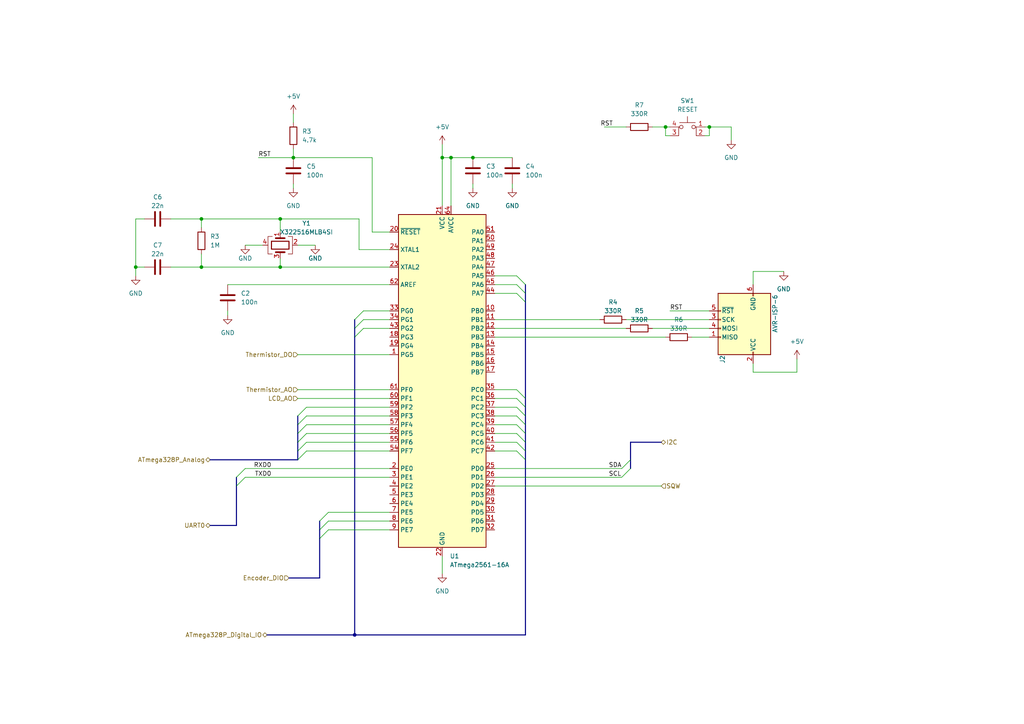
<source format=kicad_sch>
(kicad_sch (version 20230121) (generator eeschema)
  (paper "A4")
  (lib_symbols
    (symbol "Connector:AVR-ISP-6" (pin_names (offset 1.016))
      (property "Reference" "J" (at -6.35 11.43 0))
      (property "Value" "AVR-ISP-6" (at 0 11.43 0))
      (symbol "AVR-ISP-6_0_1"
        (rectangle (start -2.667 -6.858) (end -2.413 -7.62))
        (rectangle (start -2.667 10.16) (end -2.413 9.398))
        (rectangle (start 7.62 -2.413) (end 6.858 -2.667))
        (rectangle (start 7.62 0.127) (end 6.858 -0.127))
        (rectangle (start 7.62 2.667) (end 6.858 2.413))
        (rectangle (start 7.62 5.207) (end 6.858 4.953))
        (rectangle (start 7.62 10.16) (end -7.62 -7.62) (stroke (width 0.254)) (fill (type background)))
      )
      (symbol "AVR-ISP-6_1_1"
        (pin passive line (at 10.16 5.08 180) (length 2.54) (name "MISO") (number "1"))
        (pin passive line (at -2.54 12.7 270) (length 2.54) (name "VCC") (number "2"))
        (pin passive line (at 10.16 0 180) (length 2.54) (name "SCK") (number "3"))
        (pin passive line (at 10.16 2.54 180) (length 2.54) (name "MOSI") (number "4"))
        (pin passive line (at 10.16 -2.54 180) (length 2.54) (name "~{RST}") (number "5"))
        (pin passive line (at -2.54 -10.16 90) (length 2.54) (name "GND") (number "6"))
      )
    )
    (symbol "Device:C" (pin_numbers hide) (pin_names (offset 0.254))
      (property "Reference" "C" (at 0.635 2.54 0))
      (property "Value" "C" (at 0.635 -2.54 0))
      (symbol "C_0_1"
        (polyline (pts (xy -2.032 -0.762) (xy 2.032 -0.762)) (stroke (width 0.508)))
        (polyline (pts (xy -2.032 0.762) (xy 2.032 0.762)) (stroke (width 0.508)))
      )
      (symbol "C_1_1"
        (pin passive line (at 0 3.81 270) (length 2.794) (name "~") (number "1"))
        (pin passive line (at 0 -3.81 90) (length 2.794) (name "~") (number "2"))
      )
    )
    (symbol "Device:Crystal_GND24" (pin_names (offset 1.016) hide)
      (property "Reference" "Y" (at 3.175 5.08 0))
      (property "Value" "Crystal_GND24" (at 3.175 3.175 0))
      (symbol "Crystal_GND24_0_1"
        (rectangle (start -1.143 2.54) (end 1.143 -2.54) (stroke (width 0.3048)))
        (polyline (pts (xy -2.54 0) (xy -2.032 0)))
        (polyline (pts (xy -2.032 -1.27) (xy -2.032 1.27)) (stroke (width 0.508)))
        (polyline (pts (xy 0 -3.81) (xy 0 -3.556)))
        (polyline (pts (xy 0 3.556) (xy 0 3.81)))
        (polyline (pts (xy 2.032 -1.27) (xy 2.032 1.27)) (stroke (width 0.508)))
        (polyline (pts (xy 2.032 0) (xy 2.54 0)))
        (polyline (pts (xy -2.54 -2.286) (xy -2.54 -3.556) (xy 2.54 -3.556) (xy 2.54 -2.286)))
        (polyline (pts (xy -2.54 2.286) (xy -2.54 3.556) (xy 2.54 3.556) (xy 2.54 2.286)))
      )
      (symbol "Crystal_GND24_1_1"
        (pin passive line (at -3.81 0 0) (length 1.27) (name "1") (number "1"))
        (pin passive line (at 0 5.08 270) (length 1.27) (name "2") (number "2"))
        (pin passive line (at 3.81 0 180) (length 1.27) (name "3") (number "3"))
        (pin passive line (at 0 -5.08 90) (length 1.27) (name "4") (number "4"))
      )
    )
    (symbol "Device:R" (pin_numbers hide) (pin_names (offset 0))
      (property "Reference" "R" (at 2.032 0 90))
      (property "Value" "R" (at 0 0 90))
      (symbol "R_0_1"
        (rectangle (start -1.016 -2.54) (end 1.016 2.54) (stroke (width 0.254)))
      )
      (symbol "R_1_1"
        (pin passive line (at 0 3.81 270) (length 1.27) (name "~") (number "1"))
        (pin passive line (at 0 -3.81 90) (length 1.27) (name "~") (number "2"))
      )
    )
    (symbol "MCU_Microchip_ATmega:ATmega2561-16A"
      (property "Reference" "U" (at -12.7 49.53 0))
      (property "Value" "ATmega2561-16A" (at 2.54 -49.53 0))
      (symbol "ATmega2561-16A_0_1"
        (rectangle (start -12.7 -48.26) (end 12.7 48.26) (stroke (width 0.254)) (fill (type background)))
      )
      (symbol "ATmega2561-16A_1_1"
        (pin bidirectional line (at -15.24 7.62 0) (length 2.54) (name "PG5") (number "1"))
        (pin bidirectional line (at 15.24 20.32 180) (length 2.54) (name "PB0") (number "10"))
        (pin bidirectional line (at 15.24 17.78 180) (length 2.54) (name "PB1") (number "11"))
        (pin bidirectional line (at 15.24 15.24 180) (length 2.54) (name "PB2") (number "12"))
        (pin bidirectional line (at 15.24 12.7 180) (length 2.54) (name "PB3") (number "13"))
        (pin bidirectional line (at 15.24 10.16 180) (length 2.54) (name "PB4") (number "14"))
        (pin bidirectional line (at 15.24 7.62 180) (length 2.54) (name "PB5") (number "15"))
        (pin bidirectional line (at 15.24 5.08 180) (length 2.54) (name "PB6") (number "16"))
        (pin bidirectional line (at 15.24 2.54 180) (length 2.54) (name "PB7") (number "17"))
        (pin bidirectional line (at -15.24 12.7 0) (length 2.54) (name "PG3") (number "18"))
        (pin bidirectional line (at -15.24 10.16 0) (length 2.54) (name "PG4") (number "19"))
        (pin bidirectional line (at -15.24 -25.4 0) (length 2.54) (name "PE0") (number "2"))
        (pin input line (at -15.24 43.18 0) (length 2.54) (name "~{RESET}") (number "20"))
        (pin power_in line (at 0 50.8 270) (length 2.54) (name "VCC") (number "21"))
        (pin power_in line (at 0 -50.8 90) (length 2.54) (name "GND") (number "22"))
        (pin output line (at -15.24 33.02 0) (length 2.54) (name "XTAL2") (number "23"))
        (pin input line (at -15.24 38.1 0) (length 2.54) (name "XTAL1") (number "24"))
        (pin bidirectional line (at 15.24 -25.4 180) (length 2.54) (name "PD0") (number "25"))
        (pin bidirectional line (at 15.24 -27.94 180) (length 2.54) (name "PD1") (number "26"))
        (pin bidirectional line (at 15.24 -30.48 180) (length 2.54) (name "PD2") (number "27"))
        (pin bidirectional line (at 15.24 -33.02 180) (length 2.54) (name "PD3") (number "28"))
        (pin bidirectional line (at 15.24 -35.56 180) (length 2.54) (name "PD4") (number "29"))
        (pin bidirectional line (at -15.24 -27.94 0) (length 2.54) (name "PE1") (number "3"))
        (pin bidirectional line (at 15.24 -38.1 180) (length 2.54) (name "PD5") (number "30"))
        (pin bidirectional line (at 15.24 -40.64 180) (length 2.54) (name "PD6") (number "31"))
        (pin bidirectional line (at 15.24 -43.18 180) (length 2.54) (name "PD7") (number "32"))
        (pin bidirectional line (at -15.24 20.32 0) (length 2.54) (name "PG0") (number "33"))
        (pin bidirectional line (at -15.24 17.78 0) (length 2.54) (name "PG1") (number "34"))
        (pin bidirectional line (at 15.24 -2.54 180) (length 2.54) (name "PC0") (number "35"))
        (pin bidirectional line (at 15.24 -5.08 180) (length 2.54) (name "PC1") (number "36"))
        (pin bidirectional line (at 15.24 -7.62 180) (length 2.54) (name "PC2") (number "37"))
        (pin bidirectional line (at 15.24 -10.16 180) (length 2.54) (name "PC3") (number "38"))
        (pin bidirectional line (at 15.24 -12.7 180) (length 2.54) (name "PC4") (number "39"))
        (pin bidirectional line (at -15.24 -30.48 0) (length 2.54) (name "PE2") (number "4"))
        (pin bidirectional line (at 15.24 -15.24 180) (length 2.54) (name "PC5") (number "40"))
        (pin bidirectional line (at 15.24 -17.78 180) (length 2.54) (name "PC6") (number "41"))
        (pin bidirectional line (at 15.24 -20.32 180) (length 2.54) (name "PC7") (number "42"))
        (pin bidirectional line (at -15.24 15.24 0) (length 2.54) (name "PG2") (number "43"))
        (pin bidirectional line (at 15.24 25.4 180) (length 2.54) (name "PA7") (number "44"))
        (pin bidirectional line (at 15.24 27.94 180) (length 2.54) (name "PA6") (number "45"))
        (pin bidirectional line (at 15.24 30.48 180) (length 2.54) (name "PA5") (number "46"))
        (pin bidirectional line (at 15.24 33.02 180) (length 2.54) (name "PA4") (number "47"))
        (pin bidirectional line (at 15.24 35.56 180) (length 2.54) (name "PA3") (number "48"))
        (pin bidirectional line (at 15.24 38.1 180) (length 2.54) (name "PA2") (number "49"))
        (pin bidirectional line (at -15.24 -33.02 0) (length 2.54) (name "PE3") (number "5"))
        (pin bidirectional line (at 15.24 40.64 180) (length 2.54) (name "PA1") (number "50"))
        (pin bidirectional line (at 15.24 43.18 180) (length 2.54) (name "PA0") (number "51"))
        (pin passive line (at 0 50.8 270) (length 2.54) hide (name "VCC") (number "52"))
        (pin passive line (at 0 -50.8 90) (length 2.54) hide (name "GND") (number "53"))
        (pin bidirectional line (at -15.24 -20.32 0) (length 2.54) (name "PF7") (number "54"))
        (pin bidirectional line (at -15.24 -17.78 0) (length 2.54) (name "PF6") (number "55"))
        (pin bidirectional line (at -15.24 -15.24 0) (length 2.54) (name "PF5") (number "56"))
        (pin bidirectional line (at -15.24 -12.7 0) (length 2.54) (name "PF4") (number "57"))
        (pin bidirectional line (at -15.24 -10.16 0) (length 2.54) (name "PF3") (number "58"))
        (pin bidirectional line (at -15.24 -7.62 0) (length 2.54) (name "PF2") (number "59"))
        (pin bidirectional line (at -15.24 -35.56 0) (length 2.54) (name "PE4") (number "6"))
        (pin bidirectional line (at -15.24 -5.08 0) (length 2.54) (name "PF1") (number "60"))
        (pin bidirectional line (at -15.24 -2.54 0) (length 2.54) (name "PF0") (number "61"))
        (pin passive line (at -15.24 27.94 0) (length 2.54) (name "AREF") (number "62"))
        (pin passive line (at 0 -50.8 90) (length 2.54) hide (name "GND") (number "63"))
        (pin power_in line (at 2.54 50.8 270) (length 2.54) (name "AVCC") (number "64"))
        (pin bidirectional line (at -15.24 -38.1 0) (length 2.54) (name "PE5") (number "7"))
        (pin bidirectional line (at -15.24 -40.64 0) (length 2.54) (name "PE6") (number "8"))
        (pin bidirectional line (at -15.24 -43.18 0) (length 2.54) (name "PE7") (number "9"))
      )
    )
    (symbol "Switch:SW_MEC_5E" (pin_names (offset 1.016) hide)
      (property "Reference" "SW" (at 0.635 5.715 0))
      (property "Value" "SW_MEC_5E" (at 0 -3.175 0))
      (symbol "SW_MEC_5E_0_1"
        (circle (center -1.778 2.54) (radius 0.508))
        (polyline (pts (xy -2.286 3.81) (xy 2.286 3.81)))
        (polyline (pts (xy 0 3.81) (xy 0 5.588)))
        (polyline (pts (xy -2.54 0) (xy -2.54 2.54) (xy -2.286 2.54)))
        (polyline (pts (xy 2.54 0) (xy 2.54 2.54) (xy 2.286 2.54)))
        (circle (center 1.778 2.54) (radius 0.508))
        (pin passive line (at -5.08 2.54 0) (length 2.54) (name "1") (number "1"))
        (pin passive line (at -5.08 0 0) (length 2.54) (name "2") (number "2"))
        (pin passive line (at 5.08 0 180) (length 2.54) (name "K") (number "3"))
        (pin passive line (at 5.08 2.54 180) (length 2.54) (name "A") (number "4"))
      )
    )
    (symbol "power:+5V" (power) (pin_names (offset 0))
      (property "Value" "+5V" (at 0 3.556 0))
      (symbol "+5V_0_1"
        (polyline (pts (xy -0.762 1.27) (xy 0 2.54)))
        (polyline (pts (xy 0 0) (xy 0 2.54)))
        (polyline (pts (xy 0 2.54) (xy 0.762 1.27)))
      )
      (symbol "+5V_1_1"
        (pin power_in line (at 0 0 90) (length 0) hide (name "+5V") (number "1"))
      )
    )
    (symbol "power:GND" (power) (pin_names (offset 0))
      (property "Value" "GND" (at 0 -3.81 0))
      (symbol "GND_0_1"
        (polyline (pts (xy 0 0) (xy 0 -1.27) (xy 1.27 -1.27) (xy 0 -2.54) (xy -1.27 -1.27) (xy 0 -1.27)))
      )
      (symbol "GND_1_1"
        (pin power_in line (at 0 0 270) (length 0) hide (name "GND") (number "1"))
      )
    )
  )
  (junction (at 193.04 36.83))
  (junction (at 81.28 63.5))
  (junction (at 102.87 184.15))
  (junction (at 128.27 45.72))
  (junction (at 81.28 77.47))
  (junction (at 85.09 45.72))
  (junction (at 130.81 45.72))
  (junction (at 58.42 77.47))
  (junction (at 58.42 63.5))
  (junction (at 39.37 77.47))
  (junction (at 205.74 36.83))
  (junction (at 137.16 45.72))
  (bus_entry (at 149.86 123.19) (size 2.54 2.54))
  (bus_entry (at 149.86 115.57) (size 2.54 2.54))
  (bus_entry (at 149.86 128.27) (size 2.54 2.54))
  (bus_entry (at 86.36 120.65) (size 2.54 -2.54))
  (bus_entry (at 105.41 90.17) (size -2.54 2.54))
  (bus_entry (at 92.71 153.67) (size 2.54 -2.54))
  (bus_entry (at 149.86 125.73) (size 2.54 2.54))
  (bus_entry (at 86.36 133.35) (size 2.54 -2.54))
  (bus_entry (at 86.36 123.19) (size 2.54 -2.54))
  (bus_entry (at 92.71 151.13) (size 2.54 -2.54))
  (bus_entry (at 68.58 138.43) (size 2.54 -2.54))
  (bus_entry (at 180.34 135.89) (size 2.54 -2.54))
  (bus_entry (at 149.86 118.11) (size 2.54 2.54))
  (bus_entry (at 149.86 80.01) (size 2.54 2.54))
  (bus_entry (at 92.71 156.21) (size 2.54 -2.54))
  (bus_entry (at 86.36 125.73) (size 2.54 -2.54))
  (bus_entry (at 149.86 120.65) (size 2.54 2.54))
  (bus_entry (at 149.86 85.09) (size 2.54 2.54))
  (bus_entry (at 149.86 130.81) (size 2.54 2.54))
  (bus_entry (at 105.41 95.25) (size -2.54 2.54))
  (bus_entry (at 86.36 128.27) (size 2.54 -2.54))
  (bus_entry (at 149.86 113.03) (size 2.54 2.54))
  (bus_entry (at 180.34 138.43) (size 2.54 -2.54))
  (bus_entry (at 86.36 130.81) (size 2.54 -2.54))
  (bus_entry (at 105.41 92.71) (size -2.54 2.54))
  (bus_entry (at 68.58 140.97) (size 2.54 -2.54))
  (bus_entry (at 149.86 82.55) (size 2.54 2.54))
  (wire (pts (xy 128.27 161.29) (xy 128.27 166.37)))
  (wire (pts (xy 66.04 82.55) (xy 113.03 82.55)))
  (bus (pts (xy 152.4 125.73) (xy 152.4 128.27)))
  (wire (pts (xy 104.14 63.5) (xy 81.28 63.5)))
  (wire (pts (xy 143.51 140.97) (xy 191.77 140.97)))
  (bus (pts (xy 92.71 153.67) (xy 92.71 156.21)))
  (wire (pts (xy 148.59 53.34) (xy 148.59 54.61)))
  (wire (pts (xy 88.9 118.11) (xy 113.03 118.11)))
  (wire (pts (xy 218.44 107.95) (xy 218.44 105.41)))
  (wire (pts (xy 105.41 90.17) (xy 113.03 90.17)))
  (wire (pts (xy 71.12 138.43) (xy 113.03 138.43)))
  (wire (pts (xy 181.61 36.83) (xy 175.26 36.83)))
  (wire (pts (xy 88.9 120.65) (xy 113.03 120.65)))
  (wire (pts (xy 41.91 77.47) (xy 39.37 77.47)))
  (wire (pts (xy 205.74 39.37) (xy 204.47 39.37)))
  (wire (pts (xy 71.12 71.12) (xy 76.2 71.12)))
  (wire (pts (xy 95.25 148.59) (xy 113.03 148.59)))
  (wire (pts (xy 85.09 33.02) (xy 85.09 35.56)))
  (wire (pts (xy 143.51 115.57) (xy 149.86 115.57)))
  (wire (pts (xy 218.44 78.74) (xy 227.33 78.74)))
  (wire (pts (xy 49.53 77.47) (xy 58.42 77.47)))
  (wire (pts (xy 143.51 95.25) (xy 181.61 95.25)))
  (bus (pts (xy 86.36 130.81) (xy 86.36 133.35)))
  (wire (pts (xy 81.28 77.47) (xy 113.03 77.47)))
  (bus (pts (xy 152.4 133.35) (xy 152.4 184.15)))
  (bus (pts (xy 102.87 97.79) (xy 102.87 184.15)))
  (wire (pts (xy 218.44 78.74) (xy 218.44 82.55)))
  (wire (pts (xy 88.9 125.73) (xy 113.03 125.73)))
  (wire (pts (xy 128.27 59.69) (xy 128.27 45.72)))
  (wire (pts (xy 41.91 63.5) (xy 39.37 63.5)))
  (bus (pts (xy 92.71 151.13) (xy 92.71 153.67)))
  (wire (pts (xy 113.03 72.39) (xy 104.14 72.39)))
  (wire (pts (xy 39.37 77.47) (xy 39.37 80.01)))
  (wire (pts (xy 193.04 36.83) (xy 189.23 36.83)))
  (wire (pts (xy 88.9 128.27) (xy 113.03 128.27)))
  (wire (pts (xy 143.51 82.55) (xy 149.86 82.55)))
  (wire (pts (xy 66.04 90.17) (xy 66.04 91.44)))
  (wire (pts (xy 107.95 67.31) (xy 113.03 67.31)))
  (wire (pts (xy 104.14 72.39) (xy 104.14 63.5)))
  (wire (pts (xy 143.51 118.11) (xy 149.86 118.11)))
  (wire (pts (xy 85.09 43.18) (xy 85.09 45.72)))
  (bus (pts (xy 92.71 156.21) (xy 92.71 167.64)))
  (wire (pts (xy 86.36 71.12) (xy 91.44 71.12)))
  (wire (pts (xy 200.66 97.79) (xy 205.74 97.79)))
  (wire (pts (xy 143.51 92.71) (xy 173.99 92.71)))
  (wire (pts (xy 71.12 135.89) (xy 113.03 135.89)))
  (wire (pts (xy 95.25 151.13) (xy 113.03 151.13)))
  (wire (pts (xy 204.47 36.83) (xy 205.74 36.83)))
  (wire (pts (xy 137.16 53.34) (xy 137.16 54.61)))
  (wire (pts (xy 85.09 45.72) (xy 107.95 45.72)))
  (bus (pts (xy 152.4 85.09) (xy 152.4 87.63)))
  (wire (pts (xy 74.93 45.72) (xy 85.09 45.72)))
  (wire (pts (xy 95.25 153.67) (xy 113.03 153.67)))
  (bus (pts (xy 86.36 128.27) (xy 86.36 125.73)))
  (bus (pts (xy 102.87 95.25) (xy 102.87 97.79)))
  (wire (pts (xy 194.31 90.17) (xy 205.74 90.17)))
  (wire (pts (xy 194.31 36.83) (xy 193.04 36.83)))
  (wire (pts (xy 130.81 59.69) (xy 130.81 45.72)))
  (bus (pts (xy 182.88 133.35) (xy 182.88 128.27)))
  (wire (pts (xy 143.51 125.73) (xy 149.86 125.73)))
  (wire (pts (xy 143.51 123.19) (xy 149.86 123.19)))
  (wire (pts (xy 143.51 120.65) (xy 149.86 120.65)))
  (bus (pts (xy 182.88 135.89) (xy 182.88 133.35)))
  (wire (pts (xy 105.41 95.25) (xy 113.03 95.25)))
  (wire (pts (xy 189.23 95.25) (xy 205.74 95.25)))
  (wire (pts (xy 143.51 135.89) (xy 180.34 135.89)))
  (wire (pts (xy 143.51 113.03) (xy 149.86 113.03)))
  (bus (pts (xy 68.58 138.43) (xy 68.58 140.97)))
  (bus (pts (xy 83.82 167.64) (xy 92.71 167.64)))
  (wire (pts (xy 128.27 41.91) (xy 128.27 45.72)))
  (wire (pts (xy 205.74 36.83) (xy 205.74 39.37)))
  (wire (pts (xy 212.09 36.83) (xy 205.74 36.83)))
  (bus (pts (xy 60.96 152.4) (xy 68.58 152.4)))
  (wire (pts (xy 86.36 113.03) (xy 113.03 113.03)))
  (wire (pts (xy 130.81 45.72) (xy 137.16 45.72)))
  (wire (pts (xy 143.51 128.27) (xy 149.86 128.27)))
  (bus (pts (xy 152.4 82.55) (xy 152.4 85.09)))
  (wire (pts (xy 105.41 92.71) (xy 113.03 92.71)))
  (bus (pts (xy 182.88 128.27) (xy 191.77 128.27)))
  (wire (pts (xy 143.51 97.79) (xy 193.04 97.79)))
  (bus (pts (xy 86.36 125.73) (xy 86.36 123.19)))
  (bus (pts (xy 152.4 87.63) (xy 152.4 115.57)))
  (wire (pts (xy 49.53 63.5) (xy 58.42 63.5)))
  (bus (pts (xy 86.36 128.27) (xy 86.36 130.81)))
  (wire (pts (xy 107.95 45.72) (xy 107.95 67.31)))
  (bus (pts (xy 152.4 128.27) (xy 152.4 130.81)))
  (wire (pts (xy 181.61 92.71) (xy 205.74 92.71)))
  (bus (pts (xy 102.87 92.71) (xy 102.87 95.25)))
  (wire (pts (xy 86.36 115.57) (xy 113.03 115.57)))
  (bus (pts (xy 86.36 123.19) (xy 86.36 120.65)))
  (wire (pts (xy 143.51 80.01) (xy 149.86 80.01)))
  (wire (pts (xy 218.44 107.95) (xy 231.14 107.95)))
  (wire (pts (xy 39.37 63.5) (xy 39.37 77.47)))
  (wire (pts (xy 194.31 39.37) (xy 193.04 39.37)))
  (wire (pts (xy 81.28 74.93) (xy 81.28 77.47)))
  (bus (pts (xy 152.4 123.19) (xy 152.4 125.73)))
  (wire (pts (xy 58.42 77.47) (xy 81.28 77.47)))
  (wire (pts (xy 88.9 123.19) (xy 113.03 123.19)))
  (wire (pts (xy 143.51 85.09) (xy 149.86 85.09)))
  (bus (pts (xy 152.4 118.11) (xy 152.4 120.65)))
  (wire (pts (xy 128.27 45.72) (xy 130.81 45.72)))
  (wire (pts (xy 58.42 63.5) (xy 58.42 66.04)))
  (wire (pts (xy 143.51 130.81) (xy 149.86 130.81)))
  (wire (pts (xy 81.28 63.5) (xy 81.28 67.31)))
  (bus (pts (xy 86.36 133.35) (xy 60.96 133.35)))
  (bus (pts (xy 77.47 184.15) (xy 102.87 184.15)))
  (wire (pts (xy 137.16 45.72) (xy 148.59 45.72)))
  (wire (pts (xy 85.09 53.34) (xy 85.09 54.61)))
  (bus (pts (xy 152.4 115.57) (xy 152.4 118.11)))
  (wire (pts (xy 143.51 138.43) (xy 180.34 138.43)))
  (wire (pts (xy 58.42 63.5) (xy 81.28 63.5)))
  (wire (pts (xy 88.9 130.81) (xy 113.03 130.81)))
  (wire (pts (xy 193.04 36.83) (xy 193.04 39.37)))
  (bus (pts (xy 68.58 140.97) (xy 68.58 152.4)))
  (bus (pts (xy 152.4 184.15) (xy 102.87 184.15)))
  (bus (pts (xy 152.4 120.65) (xy 152.4 123.19)))
  (bus (pts (xy 152.4 130.81) (xy 152.4 133.35)))
  (wire (pts (xy 58.42 73.66) (xy 58.42 77.47)))
  (wire (pts (xy 86.36 102.87) (xy 113.03 102.87)))
  (wire (pts (xy 212.09 40.64) (xy 212.09 36.83)))
  (wire (pts (xy 231.14 104.14) (xy 231.14 107.95)))
  (label "SDA" (at 176.53 135.89 0))
  (label "RST" (at 74.93 45.72 0))
  (label "SCL" (at 176.53 138.43 0))
  (label "TXD0" (at 78.74 138.43 180))
  (label "RXD0" (at 78.74 135.89 180))
  (label "RST" (at 177.8 36.83 180))
  (label "RST" (at 194.31 90.17 0))
  (hierarchical_label "I2C" (shape bidirectional) (at 191.77 128.27 0))
  (hierarchical_label "Thermistor_AO" (shape input) (at 86.36 113.03 180))
  (hierarchical_label "Thermistor_DO" (shape input) (at 86.36 102.87 180))
  (hierarchical_label "Encoder_DIO" (shape input) (at 83.82 167.64 180))
  (hierarchical_label "UART0" (shape bidirectional) (at 60.96 152.4 180))
  (hierarchical_label "LCD_AO" (shape input) (at 86.36 115.57 180))
  (hierarchical_label "SQW" (shape input) (at 191.77 140.97 0))
  (hierarchical_label "ATmega328P_Analog" (shape bidirectional) (at 60.96 133.35 180))
  (hierarchical_label "ATmega328P_Digital_IO" (shape bidirectional) (at 77.47 184.15 180))
  (symbol (lib_id "Device:R") (at 185.42 95.25 90) (unit 1)
    (property "Reference" "R5" (at 185.42 90.17 90))
    (property "Value" "330R" (at 185.42 92.71 90))
    (property "Footprint" "Resistor_SMD:R_0805_2012Metric" (effects hide))
    (instances (project "testbench" (path "" (reference "R5") (unit 1)) (path "" (reference "R6") (unit 1))))
  )
  (symbol (lib_id "Device:Crystal_GND24") (at 81.28 71.12 270) (unit 1)
    (property "Reference" "Y1" (at 88.9 64.77 90))
    (property "Value" "X322516MLB4SI" (at 88.9 67.31 90))
  )
  (symbol (lib_id "power:GND") (at 128.27 166.37 0) (unit 1)
    (property "Reference" "#PWR01" (effects hide))
    (property "Value" "GND" (at 128.27 171.45 0))
    (instances (project "testbench" (path "" (reference "#PWR01") (unit 1)) (path "" (reference "#PWR014") (unit 1))))
  )
  (symbol (lib_id "power:GND") (at 212.09 40.64 0) (mirror y) (unit 1)
    (property "Reference" "#PWR018" (effects hide))
    (property "Value" "GND" (at 212.09 45.72 0))
    (instances (project "testbench" (path "" (reference "#PWR018") (unit 1)) (path "" (reference "#PWR07") (unit 1))))
  )
  (symbol (lib_id "Device:C") (at 148.59 49.53 0) (unit 1)
    (property "Reference" "C4" (at 152.4 48.26 0) (effects (justify left)))
    (property "Value" "100n" (at 152.4 50.8 0) (effects (justify left)))
    (instances (project "testbench" (path "" (reference "C4") (unit 1)) (path "" (reference "C7") (unit 1))))
  )
  (symbol (lib_id "Device:C") (at 45.72 77.47 90) (unit 1)
    (property "Reference" "C7" (at 45.72 71.12 90))
    (property "Value" "22n" (at 45.72 73.66 90))
    (instances (project "testbench" (path "" (reference "C7") (unit 1)) (path "" (reference "C3") (unit 1))))
  )
  (symbol (lib_id "power:GND") (at 148.59 54.61 0) (unit 1)
    (property "Reference" "#PWR09" (effects hide))
    (property "Value" "GND" (at 148.59 59.69 0))
    (instances (project "testbench" (path "" (reference "#PWR09") (unit 1)) (path "" (reference "#PWR016") (unit 1))))
  )
  (symbol (lib_id "power:+5V") (at 85.09 33.02 0) (unit 1)
    (property "Reference" "#PWR012" (effects hide))
    (property "Value" "+5V" (at 85.09 27.94 0))
    (instances (project "testbench" (path "" (reference "#PWR012") (unit 1)) (path "" (reference "#PWR010") (unit 1))))
  )
  (symbol (lib_id "Device:C") (at 137.16 49.53 0) (unit 1)
    (property "Reference" "C3" (at 140.97 48.26 0) (effects (justify left)))
    (property "Value" "100n" (at 140.97 50.8 0) (effects (justify left)))
    (instances (project "testbench" (path "" (reference "C3") (unit 1)) (path "" (reference "C6") (unit 1))))
  )
  (symbol (lib_id "power:+5V") (at 231.14 104.14 0) (unit 1)
    (property "Reference" "#PWR014" (effects hide))
    (property "Value" "+5V" (at 231.14 99.06 0))
    (instances (project "testbench" (path "" (reference "#PWR014") (unit 1)) (path "" (reference "#PWR018") (unit 1))))
  )
  (symbol (lib_id "power:GND") (at 227.33 78.74 0) (unit 1)
    (property "Reference" "#PWR013" (effects hide))
    (property "Value" "GND" (at 227.33 83.82 0))
    (instances (project "testbench" (path "" (reference "#PWR013") (unit 1)) (path "" (reference "#PWR017") (unit 1))))
  )
  (symbol (lib_id "Device:R") (at 185.42 36.83 270) (mirror x) (unit 1)
    (property "Reference" "R7" (at 185.42 30.48 90))
    (property "Value" "330R" (at 185.42 33.02 90))
    (property "Footprint" "Resistor_SMD:R_0805_2012Metric" (effects hide))
    (instances (project "testbench" (path "" (reference "R7") (unit 1)) (path "" (reference "R3") (unit 1))))
  )
  (symbol (lib_id "power:GND") (at 39.37 80.01 0) (unit 1)
    (property "Reference" "#PWR015" (effects hide))
    (property "Value" "GND" (at 39.37 85.09 0))
    (instances (project "testbench" (path "" (reference "#PWR015") (unit 1)) (path "" (reference "#PWR01") (unit 1))))
  )
  (symbol (lib_id "Device:R") (at 58.42 69.85 0) (unit 1)
    (property "Reference" "R3" (at 60.96 68.58 0) (effects (justify left)))
    (property "Value" "1M" (at 60.96 71.12 0) (effects (justify left)))
    (property "Footprint" "Resistor_SMD:R_0805_2012Metric" (effects hide))
    (instances (project "testbench" (path "" (reference "R3") (unit 1)) (path "" (reference "R8") (unit 1))))
  )
  (symbol (lib_id "Device:R") (at 85.09 39.37 0) (unit 1)
    (property "Reference" "R3" (at 87.63 38.1 0) (effects (justify left)))
    (property "Value" "4.7k" (at 87.63 40.64 0) (effects (justify left)))
    (property "Footprint" "Resistor_SMD:R_0805_2012Metric" (effects hide))
    (instances (project "testbench" (path "" (reference "R3") (unit 1)) (path "" (reference "R4") (unit 1))))
  )
  (symbol (lib_id "power:GND") (at 85.09 54.61 0) (unit 1)
    (property "Reference" "#PWR011" (effects hide))
    (property "Value" "GND" (at 85.09 59.69 0))
  )
  (symbol (lib_id "power:GND") (at 91.44 71.12 0) (unit 1)
    (property "Reference" "#PWR016" (effects hide))
    (property "Value" "GND" (at 91.44 74.93 0))
    (instances (project "testbench" (path "" (reference "#PWR016") (unit 1)) (path "" (reference "#PWR012") (unit 1))))
  )
  (symbol (lib_id "Switch:SW_MEC_5E") (at 199.39 39.37 0) (mirror y) (unit 1)
    (property "Reference" "SW1" (at 199.39 29.21 0))
    (property "Value" "RESET" (at 199.39 31.75 0))
    (property "Datasheet" "http://www.apem.com/int/index.php?controller=attachment&id_attachment=1371" (effects hide))
  )
  (symbol (lib_id "power:GND") (at 66.04 91.44 0) (unit 1)
    (property "Reference" "#PWR07" (effects hide))
    (property "Value" "GND" (at 66.04 96.52 0))
    (instances (project "testbench" (path "" (reference "#PWR07") (unit 1)) (path "" (reference "#PWR08") (unit 1))))
  )
  (symbol (lib_id "power:GND") (at 71.12 71.12 0) (unit 1)
    (property "Reference" "#PWR017" (effects hide))
    (property "Value" "GND" (at 71.12 74.93 0))
    (instances (project "testbench" (path "" (reference "#PWR017") (unit 1)) (path "" (reference "#PWR09") (unit 1))))
  )
  (symbol (lib_id "power:GND") (at 137.16 54.61 0) (unit 1)
    (property "Reference" "#PWR08" (effects hide))
    (property "Value" "GND" (at 137.16 59.69 0))
    (instances (project "testbench" (path "" (reference "#PWR08") (unit 1)) (path "" (reference "#PWR015") (unit 1))))
  )
  (symbol (lib_id "MCU_Microchip_ATmega:ATmega2561-16A") (at 128.27 110.49 0) (unit 1)
    (property "Reference" "U1" (at 130.4641 161.29 0) (effects (justify left)))
    (property "Value" "ATmega2561-16A" (at 130.4641 163.83 0) (effects (justify left)))
    (property "Footprint" "Package_QFP:TQFP-64_14x14mm_P0.8mm" (effects hide))
    (property "Datasheet" "http://ww1.microchip.com/downloads/en/DeviceDoc/Atmel-2549-8-bit-AVR-Microcontroller-ATmega640-1280-1281-2560-2561_datasheet.pdf" (effects hide))
  )
  (symbol (lib_id "power:+5V") (at 128.27 41.91 0) (unit 1)
    (property "Reference" "#PWR010" (effects hide))
    (property "Value" "+5V" (at 128.27 36.83 0))
    (instances (project "testbench" (path "" (reference "#PWR010") (unit 1)) (path "" (reference "#PWR013") (unit 1))))
  )
  (symbol (lib_id "Device:C") (at 45.72 63.5 90) (unit 1)
    (property "Reference" "C6" (at 45.72 57.15 90))
    (property "Value" "22n" (at 45.72 59.69 90))
    (instances (project "testbench" (path "" (reference "C6") (unit 1)) (path "" (reference "C2") (unit 1))))
  )
  (symbol (lib_id "Device:C") (at 85.09 49.53 0) (unit 1)
    (property "Reference" "C5" (at 88.9 48.26 0) (effects (justify left)))
    (property "Value" "100n" (at 88.9 50.8 0) (effects (justify left)))
  )
  (symbol (lib_id "Device:C") (at 66.04 86.36 0) (unit 1)
    (property "Reference" "C2" (at 69.85 85.09 0) (effects (justify left)))
    (property "Value" "100n" (at 69.85 87.63 0) (effects (justify left)))
    (instances (project "testbench" (path "" (reference "C2") (unit 1)) (path "" (reference "C4") (unit 1))))
  )
  (symbol (lib_id "Device:R") (at 177.8 92.71 90) (unit 1)
    (property "Reference" "R4" (at 177.8 87.63 90))
    (property "Value" "330R" (at 177.8 90.17 90))
    (property "Footprint" "Resistor_SMD:R_0805_2012Metric" (effects hide))
    (instances (project "testbench" (path "" (reference "R4") (unit 1)) (path "" (reference "R5") (unit 1))))
  )
  (symbol (lib_id "Connector:AVR-ISP-6") (at 215.9 92.71 180) (unit 1)
    (property "Reference" "J2" (at 209.55 105.41 90) (effects (justify right)))
    (property "Value" "AVR-ISP-6" (at 224.79 96.52 90) (effects (justify right)))
    (property "Datasheet" " ~" (effects hide))
  )
  (symbol (lib_id "Device:R") (at 196.85 97.79 90) (unit 1)
    (property "Reference" "R6" (at 196.85 92.71 90))
    (property "Value" "330R" (at 196.85 95.25 90))
    (property "Footprint" "Resistor_SMD:R_0805_2012Metric" (effects hide))
    (instances (project "testbench" (path "" (reference "R6") (unit 1)) (path "" (reference "R7") (unit 1))))
  )
)
</source>
